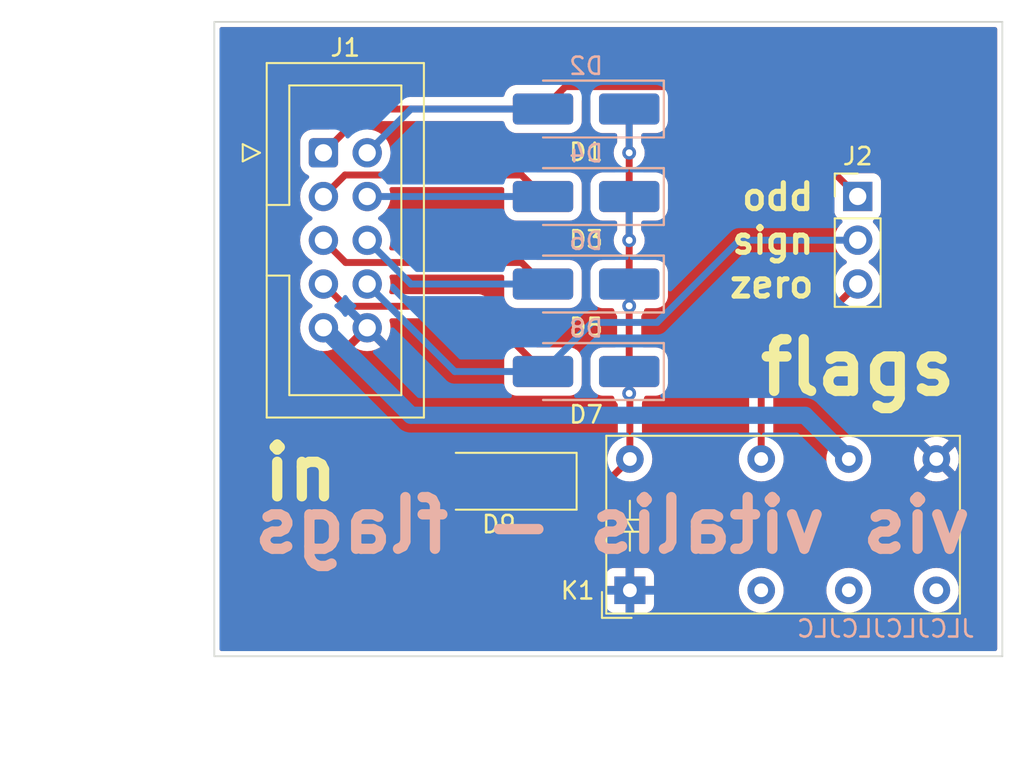
<source format=kicad_pcb>
(kicad_pcb (version 20221018) (generator pcbnew)
  (layers (0 "F.Cu" signal) (31 "B.Cu" signal) (34 "B.Paste" user) (35 "F.Paste" user) (36 "B.SilkS" user "B.Silkscreen") (37 "F.SilkS" user "F.Silkscreen") (38 "B.Mask" user) (39 "F.Mask" user) (44 "Edge.Cuts" user))
  (net 0 "")
  (net 1 "Net-(D1-K)")
  (net 2 "Net-(D1-A)")
  (net 3 "Net-(D2-A)")
  (net 4 "Net-(D3-A)")
  (net 5 "Net-(D4-A)")
  (net 6 "Net-(D5-A)")
  (net 7 "Net-(D6-A)")
  (net 8 "Net-(D7-A)")
  (net 9 "Net-(D8-A)")
  (net 13 "VCC")
  (net 14 "GND")
  (net 15 "Net-(J2-Pin_3)")
  (footprint "Diode_SMD:D_SMA_Handsoldering" (layer "F.Cu") (at 143.49 76.18 180)
    (fp_text reference "D1" (at 0 -2.5) (layer "F.SilkS"))
    (fp_text value "D")
    (fp_line (start -4.51 -1.65) (end -4.51 1.65) (stroke (width 0.12)) (layer "F.SilkS"))
    (fp_line (start -4.51 -1.65) (end 2.5 -1.65) (stroke (width 0.12)) (layer "F.SilkS"))
    (fp_line (start -4.51 1.65) (end 2.5 1.65) (stroke (width 0.12)) (layer "F.SilkS"))
    (pad "1" smd roundrect (at -2.5 0 180) (size 3.5 1.8) (layers "F.Cu" "F.Paste" "F.Mask") (roundrect_rratio 0.1388888889) (net 1 "Net-(D1-K)"))
    (pad "2" smd roundrect (at 2.5 0 180) (size 3.5 1.8) (layers "F.Cu" "F.Paste" "F.Mask") (roundrect_rratio 0.1388888889) (net 2 "Net-(D1-A)"))
  )
  (footprint "Diode_SMD:D_SMA_Handsoldering" (layer "F.Cu") (at 143.49 91.42 180)
    (fp_text reference "D7" (at 0 -2.5) (layer "F.SilkS"))
    (fp_text value "D")
    (fp_line (start -4.51 -1.65) (end -4.51 1.65) (stroke (width 0.12)) (layer "F.SilkS"))
    (fp_line (start -4.51 -1.65) (end 2.5 -1.65) (stroke (width 0.12)) (layer "F.SilkS"))
    (fp_line (start -4.51 1.65) (end 2.5 1.65) (stroke (width 0.12)) (layer "F.SilkS"))
    (pad "1" smd roundrect (at -2.5 0 180) (size 3.5 1.8) (layers "F.Cu" "F.Paste" "F.Mask") (roundrect_rratio 0.1388888889) (net 1 "Net-(D1-K)"))
    (pad "2" smd roundrect (at 2.5 0 180) (size 3.5 1.8) (layers "F.Cu" "F.Paste" "F.Mask") (roundrect_rratio 0.1388888889) (net 8 "Net-(D7-A)"))
  )
  (footprint "Diode_SMD:D_SMA_Handsoldering" (layer "F.Cu") (at 138.43 97.79 180)
    (fp_text reference "D9" (at 0 -2.5) (layer "F.SilkS"))
    (fp_text value "SMAJ14CA" hide)
    (fp_line (start -4.51 -1.65) (end -4.51 1.65) (stroke (width 0.12)) (layer "F.SilkS"))
    (fp_line (start -4.51 -1.65) (end 2.5 -1.65) (stroke (width 0.12)) (layer "F.SilkS"))
    (fp_line (start -4.51 1.65) (end 2.5 1.65) (stroke (width 0.12)) (layer "F.SilkS"))
    (pad "1" smd roundrect (at -2.5 0 180) (size 3.5 1.8) (layers "F.Cu" "F.Paste" "F.Mask") (roundrect_rratio 0.1388888889) (net 1 "Net-(D1-K)"))
    (pad "2" smd roundrect (at 2.5 0 180) (size 3.5 1.8) (layers "F.Cu" "F.Paste" "F.Mask") (roundrect_rratio 0.1388888889) (net 14 "GND"))
  )
  (footprint "Diode_SMD:D_SMA_Handsoldering" (layer "F.Cu") (at 143.49 81.26 180)
    (fp_text reference "D3" (at 0 -2.5) (layer "F.SilkS"))
    (fp_text value "D")
    (fp_line (start -4.51 -1.65) (end -4.51 1.65) (stroke (width 0.12)) (layer "F.SilkS"))
    (fp_line (start -4.51 -1.65) (end 2.5 -1.65) (stroke (width 0.12)) (layer "F.SilkS"))
    (fp_line (start -4.51 1.65) (end 2.5 1.65) (stroke (width 0.12)) (layer "F.SilkS"))
    (pad "1" smd roundrect (at -2.5 0 180) (size 3.5 1.8) (layers "F.Cu" "F.Paste" "F.Mask") (roundrect_rratio 0.1388888889) (net 1 "Net-(D1-K)"))
    (pad "2" smd roundrect (at 2.5 0 180) (size 3.5 1.8) (layers "F.Cu" "F.Paste" "F.Mask") (roundrect_rratio 0.1388888889) (net 4 "Net-(D3-A)"))
  )
  (footprint "Relay_THT:Relay_DPDT_Finder_30.22" (layer "F.Cu") (at 146.03 104.12)
    (fp_text reference "K1" (at -3.028 0.02) (layer "F.SilkS"))
    (fp_text value "J104D2C12VDC.15S" hide)
    (fp_line (start -1.62 1.6) (end -1.62 0.1) (stroke (width 0.12)) (layer "F.SilkS"))
    (fp_line (start -1.37 -8.97) (end 19.15 -8.97) (stroke (width 0.12)) (layer "F.SilkS"))
    (fp_line (start -1.37 1.35) (end -1.37 -8.97) (stroke (width 0.12)) (layer "F.SilkS"))
    (fp_line (start -0.6 -4.1) (end -0.6 -3.4) (stroke (width 0.12)) (layer "F.SilkS"))
    (fp_line (start -0.6 -3.4) (end 0.6 -3.4) (stroke (width 0.12)) (layer "F.SilkS"))
    (fp_line (start 0 -4.1) (end 0 -5.2) (stroke (width 0.12)) (layer "F.SilkS"))
    (fp_line (start 0 -3.4) (end 0 -2.3) (stroke (width 0.12)) (layer "F.SilkS"))
    (fp_line (start 0.1 1.6) (end -1.62 1.6) (stroke (width 0.12)) (layer "F.SilkS"))
    (fp_line (start 0.2 -3.4) (end -0.2 -4.1) (stroke (width 0.12)) (layer "F.SilkS"))
    (fp_line (start 0.6 -4.1) (end -0.6 -4.1) (stroke (width 0.12)) (layer "F.SilkS"))
    (fp_line (start 0.6 -3.4) (end 0.6 -4.1) (stroke (width 0.12)) (layer "F.SilkS"))
    (fp_line (start 19.15 -8.97) (end 19.15 1.35) (stroke (width 0.12)) (layer "F.SilkS"))
    (fp_line (start 19.15 1.35) (end -1.37 1.35) (stroke (width 0.12)) (layer "F.SilkS"))
    (pad "11" thru_hole circle (at 7.62 0 90) (size 1.6 1.6) (drill 0.8) (layers "*.Cu" "*.Mask"))
    (pad "12" thru_hole circle (at 12.7 0 90) (size 1.6 1.6) (drill 0.8) (layers "*.Cu" "*.Mask"))
    (pad "14" thru_hole circle (at 17.78 0 90) (size 1.6 1.6) (drill 0.8) (layers "*.Cu" "*.Mask"))
    (pad "21" thru_hole circle (at 7.62 -7.62 90) (size 1.6 1.6) (drill 0.8) (layers "*.Cu" "*.Mask") (net 15 "Net-(J2-Pin_3)"))
    (pad "22" thru_hole circle (at 12.7 -7.62 90) (size 1.6 1.6) (drill 0.8) (layers "*.Cu" "*.Mask") (net 13 "VCC"))
    (pad "24" thru_hole circle (at 17.78 -7.62 180) (size 1.6 1.6) (drill 0.8) (layers "*.Cu" "*.Mask") (net 14 "GND"))
    (pad "A1" thru_hole rect (at 0 0 90) (size 1.6 1.8) (drill 0.8) (layers "*.Cu" "*.Mask") (net 14 "GND"))
    (pad "A2" thru_hole circle (at 0 -7.62 90) (size 1.6 1.6) (drill 0.8) (layers "*.Cu" "*.Mask") (net 1 "Net-(D1-K)"))
  )
  (footprint "Connector_IDC:IDC-Header_2x05_P2.54mm_Vertical" (layer "F.Cu") (at 128.25 78.72)
    (fp_text reference "J1" (at 1.27 -6.1) (layer "F.SilkS"))
    (fp_text value "BHR-10-VUA" hide)
    (fp_line (start -4.68 -0.5) (end -4.68 0.5) (stroke (width 0.12)) (layer "F.SilkS"))
    (fp_line (start -4.68 0.5) (end -3.68 0) (stroke (width 0.12)) (layer "F.SilkS"))
    (fp_line (start -3.68 0) (end -4.68 -0.5) (stroke (width 0.12)) (layer "F.SilkS"))
    (fp_line (start -3.29 -5.21) (end 5.83 -5.21) (stroke (width 0.12)) (layer "F.SilkS"))
    (fp_line (start -3.29 3.03) (end -1.98 3.03) (stroke (width 0.12)) (layer "F.SilkS"))
    (fp_line (start -3.29 15.37) (end -3.29 -5.21) (stroke (width 0.12)) (layer "F.SilkS"))
    (fp_line (start -1.98 -3.91) (end 4.52 -3.91) (stroke (width 0.12)) (layer "F.SilkS"))
    (fp_line (start -1.98 3.03) (end -1.98 -3.91) (stroke (width 0.12)) (layer "F.SilkS"))
    (fp_line (start -1.98 7.13) (end -3.29 7.13) (stroke (width 0.12)) (layer "F.SilkS"))
    (fp_line (start -1.98 7.13) (end -1.98 7.13) (stroke (width 0.12)) (layer "F.SilkS"))
    (fp_line (start -1.98 14.07) (end -1.98 7.13) (stroke (width 0.12)) (layer "F.SilkS"))
    (fp_line (start 4.52 -3.91) (end 4.52 14.07) (stroke (width 0.12)) (layer "F.SilkS"))
    (fp_line (start 4.52 14.07) (end -1.98 14.07) (stroke (width 0.12)) (layer "F.SilkS"))
    (fp_line (start 5.83 -5.21) (end 5.83 15.37) (stroke (width 0.12)) (layer "F.SilkS"))
    (fp_line (start 5.83 15.37) (end -3.29 15.37) (stroke (width 0.12)) (layer "F.SilkS"))
    (pad "1" thru_hole roundrect (at 0 0) (size 1.7 1.7) (drill 1) (layers "*.Cu" "*.Mask") (roundrect_rratio 0.147059) (net 2 "Net-(D1-A)"))
    (pad "2" thru_hole circle (at 2.54 0) (size 1.7 1.7) (drill 1) (layers "*.Cu" "*.Mask") (net 3 "Net-(D2-A)"))
    (pad "3" thru_hole circle (at 0 2.54) (size 1.7 1.7) (drill 1) (layers "*.Cu" "*.Mask") (net 4 "Net-(D3-A)"))
    (pad "4" thru_hole circle (at 2.54 2.54) (size 1.7 1.7) (drill 1) (layers "*.Cu" "*.Mask") (net 5 "Net-(D4-A)"))
    (pad "5" thru_hole circle (at 0 5.08) (size 1.7 1.7) (drill 1) (layers "*.Cu" "*.Mask") (net 6 "Net-(D5-A)"))
    (pad "6" thru_hole circle (at 2.54 5.08) (size 1.7 1.7) (drill 1) (layers "*.Cu" "*.Mask") (net 7 "Net-(D6-A)"))
    (pad "7" thru_hole circle (at 0 7.62) (size 1.7 1.7) (drill 1) (layers "*.Cu" "*.Mask") (net 8 "Net-(D7-A)"))
    (pad "8" thru_hole circle (at 2.54 7.62) (size 1.7 1.7) (drill 1) (layers "*.Cu" "*.Mask") (net 9 "Net-(D8-A)"))
    (pad "9" thru_hole circle (at 0 10.16) (size 1.7 1.7) (drill 1) (layers "*.Cu" "*.Mask") (net 13 "VCC"))
    (pad "10" thru_hole circle (at 2.54 10.16) (size 1.7 1.7) (drill 1) (layers "*.Cu" "*.Mask") (net 14 "GND"))
  )
  (footprint "Diode_SMD:D_SMA_Handsoldering" (layer "F.Cu") (at 143.49 86.34 180)
    (fp_text reference "D5" (at 0 -2.5) (layer "F.SilkS"))
    (fp_text value "D")
    (fp_line (start -4.51 -1.65) (end -4.51 1.65) (stroke (width 0.12)) (layer "F.SilkS"))
    (fp_line (start -4.51 -1.65) (end 2.5 -1.65) (stroke (width 0.12)) (layer "F.SilkS"))
    (fp_line (start -4.51 1.65) (end 2.5 1.65) (stroke (width 0.12)) (layer "F.SilkS"))
    (pad "1" smd roundrect (at -2.5 0 180) (size 3.5 1.8) (layers "F.Cu" "F.Paste" "F.Mask") (roundrect_rratio 0.1388888889) (net 1 "Net-(D1-K)"))
    (pad "2" smd roundrect (at 2.5 0 180) (size 3.5 1.8) (layers "F.Cu" "F.Paste" "F.Mask") (roundrect_rratio 0.1388888889) (net 6 "Net-(D5-A)"))
  )
  (footprint "Connector_PinHeader_2.54mm:PinHeader_1x03_P2.54mm_Vertical" (layer "F.Cu") (at 159.2475 81.255)
    (fp_text reference "J2" (at 0 -2.33) (layer "F.SilkS"))
    (fp_text value "Conn_02x03_Odd_Even")
    (fp_line (start -1.33 -1.33) (end 0 -1.33) (stroke (width 0.12)) (layer "F.SilkS"))
    (fp_line (start -1.33 0) (end -1.33 -1.33) (stroke (width 0.12)) (layer "F.SilkS"))
    (fp_line (start -1.33 1.27) (end -1.33 6.41) (stroke (width 0.12)) (layer "F.SilkS"))
    (fp_line (start -1.33 1.27) (end 1.33 1.27) (stroke (width 0.12)) (layer "F.SilkS"))
    (fp_line (start -1.33 6.41) (end 1.33 6.41) (stroke (width 0.12)) (layer "F.SilkS"))
    (fp_line (start 1.33 1.27) (end 1.33 6.41) (stroke (width 0.12)) (layer "F.SilkS"))
    (pad "1" thru_hole rect (at 0 0) (size 1.7 1.7) (drill 1) (layers "*.Cu" "*.Mask") (net 2 "Net-(D1-A)"))
    (pad "2" thru_hole oval (at 0 2.54) (size 1.7 1.7) (drill 1) (layers "*.Cu" "*.Mask") (net 9 "Net-(D8-A)"))
    (pad "3" thru_hole oval (at 0 5.08) (size 1.7 1.7) (drill 1) (layers "*.Cu" "*.Mask") (net 15 "Net-(J2-Pin_3)"))
  )
  (footprint "Diode_SMD:D_SMA_Handsoldering" (layer "B.Cu") (at 143.49 86.34 180)
    (fp_text reference "D6" (at 0 2.5) (layer "B.SilkS") (effects (justify mirror)))
    (fp_text value "D")
    (fp_line (start -4.51 -1.65) (end 2.5 -1.65) (stroke (width 0.12)) (layer "B.SilkS"))
    (fp_line (start -4.51 1.65) (end -4.51 -1.65) (stroke (width 0.12)) (layer "B.SilkS"))
    (fp_line (start -4.51 1.65) (end 2.5 1.65) (stroke (width 0.12)) (layer "B.SilkS"))
    (pad "1" smd roundrect (at -2.5 0 180) (size 3.5 1.8) (layers "B.Cu" "B.Paste" "B.Mask") (roundrect_rratio 0.1388888889) (net 1 "Net-(D1-K)"))
    (pad "2" smd roundrect (at 2.5 0 180) (size 3.5 1.8) (layers "B.Cu" "B.Paste" "B.Mask") (roundrect_rratio 0.1388888889) (net 7 "Net-(D6-A)"))
  )
  (footprint "Diode_SMD:D_SMA_Handsoldering" (layer "B.Cu") (at 143.49 81.26 180)
    (fp_text reference "D4" (at 0 2.5) (layer "B.SilkS") (effects (justify mirror)))
    (fp_text value "D")
    (fp_line (start -4.51 -1.65) (end 2.5 -1.65) (stroke (width 0.12)) (layer "B.SilkS"))
    (fp_line (start -4.51 1.65) (end -4.51 -1.65) (stroke (width 0.12)) (layer "B.SilkS"))
    (fp_line (start -4.51 1.65) (end 2.5 1.65) (stroke (width 0.12)) (layer "B.SilkS"))
    (pad "1" smd roundrect (at -2.5 0 180) (size 3.5 1.8) (layers "B.Cu" "B.Paste" "B.Mask") (roundrect_rratio 0.1388888889) (net 1 "Net-(D1-K)"))
    (pad "2" smd roundrect (at 2.5 0 180) (size 3.5 1.8) (layers "B.Cu" "B.Paste" "B.Mask") (roundrect_rratio 0.1388888889) (net 5 "Net-(D4-A)"))
  )
  (footprint "Diode_SMD:D_SMA_Handsoldering" (layer "B.Cu") (at 143.49 91.42 180)
    (fp_text reference "D8" (at 0 2.5) (layer "B.SilkS") (effects (justify mirror)))
    (fp_text value "D")
    (fp_line (start -4.51 -1.65) (end 2.5 -1.65) (stroke (width 0.12)) (layer "B.SilkS"))
    (fp_line (start -4.51 1.65) (end -4.51 -1.65) (stroke (width 0.12)) (layer "B.SilkS"))
    (fp_line (start -4.51 1.65) (end 2.5 1.65) (stroke (width 0.12)) (layer "B.SilkS"))
    (pad "1" smd roundrect (at -2.5 0 180) (size 3.5 1.8) (layers "B.Cu" "B.Paste" "B.Mask") (roundrect_rratio 0.1388888889) (net 1 "Net-(D1-K)"))
    (pad "2" smd roundrect (at 2.5 0 180) (size 3.5 1.8) (layers "B.Cu" "B.Paste" "B.Mask") (roundrect_rratio 0.1388888889) (net 9 "Net-(D8-A)"))
  )
  (footprint "Diode_SMD:D_SMA_Handsoldering" (layer "B.Cu") (at 143.49 76.18 180)
    (fp_text reference "D2" (at 0 2.5) (layer "B.SilkS") (effects (justify mirror)))
    (fp_text value "D")
    (fp_line (start -4.51 -1.65) (end 2.5 -1.65) (stroke (width 0.12)) (layer "B.SilkS"))
    (fp_line (start -4.51 1.65) (end -4.51 -1.65) (stroke (width 0.12)) (layer "B.SilkS"))
    (fp_line (start -4.51 1.65) (end 2.5 1.65) (stroke (width 0.12)) (layer "B.SilkS"))
    (pad "1" smd roundrect (at -2.5 0 180) (size 3.5 1.8) (layers "B.Cu" "B.Paste" "B.Mask") (roundrect_rratio 0.1388888889) (net 1 "Net-(D1-K)"))
    (pad "2" smd roundrect (at 2.5 0 180) (size 3.5 1.8) (layers "B.Cu" "B.Paste" "B.Mask") (roundrect_rratio 0.1388888889) (net 3 "Net-(D2-A)"))
  )
  (gr_line (start 167.64 107.95) (end 121.92 107.95) (stroke (width 0.1)) (layer "Edge.Cuts"))
  (gr_line (start 121.92 71.12) (end 167.64 71.12) (stroke (width 0.1)) (layer "Edge.Cuts"))
  (gr_line (start 121.92 107.95) (end 121.92 71.12) (stroke (width 0.1)) (layer "Edge.Cuts"))
  (gr_line (start 167.64 71.12) (end 167.64 107.95) (stroke (width 0.1)) (layer "Edge.Cuts"))
  (gr_text "vis vitalis - flags" (at 166.116 102.108) (layer "B.SilkS") (effects (font (size 3 3) (thickness 0.6) bold) (justify left bottom mirror)))
  (gr_text "JLCJLCJLCJLC" (at 166.116 106.934) (layer "B.SilkS") (effects (font (size 1 1)) (justify left bottom mirror)))
  (gr_text "flags" (at 159.258 91.186) (layer "F.SilkS") (effects (font (size 3 3) (thickness 0.6) bold)))
  (gr_text "zero" (at 156.845 86.36) (layer "F.SilkS") (effects (font (size 1.5 1.5) (thickness 0.3) bold) (justify right)))
  (gr_text "odd" (at 156.845 81.28) (layer "F.SilkS") (effects (font (size 1.5 1.5) (thickness 0.3) bold) (justify right)))
  (gr_text "in" (at 124.46 99.06) (layer "F.SilkS") (effects (font (size 3 3) (thickness 0.6) bold) (justify left bottom)))
  (gr_text "sign" (at 156.845 83.82) (layer "F.SilkS") (effects (font (size 1.5 1.5) (thickness 0.3) bold) (justify right)))
  (segment (start 145.99 83.8) (end 145.99 86.34) (width 0.4) (layer "F.Cu") (net 1))
  (segment (start 145.99 76.18) (end 145.99 78.72) (width 0.4) (layer "F.Cu") (net 1))
  (segment (start 145.99 86.34) (end 145.99 87.61) (width 0.4) (layer "F.Cu") (net 1))
  (segment (start 145.99 87.61) (end 145.99 91.42) (width 0.4) (layer "F.Cu") (net 1))
  (segment (start 146.03 92.73) (end 146.03 96.5) (width 0.4) (layer "F.Cu") (net 1))
  (segment (start 140.93 97.79) (end 144.74 97.79) (width 0.4) (layer "F.Cu") (net 1))
  (segment (start 145.99 91.42) (end 145.99 92.69) (width 0.4) (layer "F.Cu") (net 1))
  (segment (start 145.99 92.69) (end 146.03 92.73) (width 0.4) (layer "F.Cu") (net 1))
  (segment (start 145.99 81.26) (end 145.99 83.8) (width 0.4) (layer "F.Cu") (net 1))
  (segment (start 145.99 78.72) (end 145.99 81.26) (width 0.4) (layer "F.Cu") (net 1))
  (segment (start 144.74 97.79) (end 146.03 96.5) (width 0.4) (layer "F.Cu") (net 1))
  (via (at 145.99 83.8) (size 0.8) (drill 0.4) (layers "F.Cu" "B.Cu") (net 1))
  (via (at 145.99 87.61) (size 0.8) (drill 0.4) (layers "F.Cu" "B.Cu") (net 1))
  (via (at 145.99 92.69) (size 0.8) (drill 0.4) (layers "F.Cu" "B.Cu") (net 1))
  (via (at 145.99 78.72) (size 0.8) (drill 0.4) (layers "F.Cu" "B.Cu") (net 1))
  (segment (start 145.99 91.42) (end 145.99 92.69) (width 0.4) (layer "B.Cu") (net 1))
  (segment (start 145.99 81.26) (end 145.99 83.8) (width 0.4) (layer "B.Cu") (net 1))
  (segment (start 145.99 76.18) (end 145.99 78.72) (width 0.4) (layer "B.Cu") (net 1))
  (segment (start 145.99 86.34) (end 145.99 87.61) (width 0.4) (layer "B.Cu") (net 1))
  (segment (start 140.99 76.18) (end 142.29 74.88) (width 0.4) (layer "F.Cu") (net 2))
  (segment (start 128.25 78.72) (end 130.79 76.18) (width 0.4) (layer "F.Cu") (net 2))
  (segment (start 142.29 74.88) (end 152.8725 74.88) (width 0.4) (layer "F.Cu") (net 2))
  (segment (start 152.8725 74.88) (end 159.2475 81.255) (width 0.4) (layer "F.Cu") (net 2))
  (segment (start 130.79 76.18) (end 140.99 76.18) (width 0.4) (layer "F.Cu") (net 2))
  (segment (start 133.33 76.18) (end 140.99 76.18) (width 0.4) (layer "B.Cu") (net 3))
  (segment (start 130.79 78.72) (end 133.33 76.18) (width 0.4) (layer "B.Cu") (net 3))
  (segment (start 129.5 80.01) (end 139.74 80.01) (width 0.4) (layer "F.Cu") (net 4))
  (segment (start 128.25 81.26) (end 129.5 80.01) (width 0.4) (layer "F.Cu") (net 4))
  (segment (start 139.74 80.01) (end 140.99 81.26) (width 0.4) (layer "F.Cu") (net 4))
  (segment (start 130.79 81.26) (end 140.99 81.26) (width 0.4) (layer "B.Cu") (net 5))
  (segment (start 129.54 85.09) (end 139.74 85.09) (width 0.4) (layer "F.Cu") (net 6))
  (segment (start 128.25 83.8) (end 129.54 85.09) (width 0.4) (layer "F.Cu") (net 6))
  (segment (start 139.74 85.09) (end 140.99 86.34) (width 0.4) (layer "F.Cu") (net 6))
  (segment (start 133.33 86.34) (end 140.99 86.34) (width 0.4) (layer "B.Cu") (net 7))
  (segment (start 130.79 83.8) (end 133.33 86.34) (width 0.4) (layer "B.Cu") (net 7))
  (segment (start 129.54 87.63) (end 137.2 87.63) (width 0.4) (layer "F.Cu") (net 8))
  (segment (start 128.25 86.34) (end 129.54 87.63) (width 0.4) (layer "F.Cu") (net 8))
  (segment (start 137.2 87.63) (end 140.99 91.42) (width 0.4) (layer "F.Cu") (net 8))
  (segment (start 143.84 88.57) (end 147.61 88.57) (width 0.4) (layer "B.Cu") (net 9))
  (segment (start 140.99 91.42) (end 143.84 88.57) (width 0.4) (layer "B.Cu") (net 9))
  (segment (start 135.87 91.42) (end 140.99 91.42) (width 0.4) (layer "B.Cu") (net 9))
  (segment (start 152.385 83.795) (end 159.2475 83.795) (width 0.4) (layer "B.Cu") (net 9))
  (segment (start 130.79 86.34) (end 135.87 91.42) (width 0.4) (layer "B.Cu") (net 9))
  (segment (start 147.61 88.57) (end 152.385 83.795) (width 0.4) (layer "B.Cu") (net 9))
  (segment (start 128.25 88.88) (end 133.33 93.96) (width 1) (layer "B.Cu") (net 13))
  (segment (start 156.19 93.96) (end 158.73 96.5) (width 1) (layer "B.Cu") (net 13))
  (segment (start 133.33 93.96) (end 156.19 93.96) (width 1) (layer "B.Cu") (net 13))
  (segment (start 153.65 96.5) (end 153.65 91.9325) (width 0.4) (layer "F.Cu") (net 15))
  (segment (start 153.65 91.9325) (end 159.2475 86.335) (width 0.4) (layer "F.Cu") (net 15))
  (zone (net 14) (net_name "GND") (layer "F.Cu") (connect_pads (clearance 0.5)) (min_thickness 0.25) (fill yes (thermal_gap 0.5) (thermal_bridge_width 0.5))
    (polygon (pts (xy 120.65 69.85) (xy 168.91 69.85) (xy 168.91 109.22) (xy 120.65 109.22)))
  )
  (zone (net 14) (net_name "GND") (layer "B.Cu") (priority 1) (connect_pads (clearance 0.5)) (min_thickness 0.25) (fill yes (thermal_gap 0.5) (thermal_bridge_width 0.5))
    (polygon (pts (xy 120.65 69.85) (xy 168.91 69.85) (xy 168.91 109.22) (xy 120.65 109.22)))
  )
)
</source>
